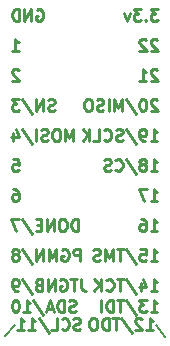
<source format=gbo>
G04 #@! TF.FileFunction,Legend,Bot*
%FSLAX46Y46*%
G04 Gerber Fmt 4.6, Leading zero omitted, Abs format (unit mm)*
G04 Created by KiCad (PCBNEW 4.0.7) date 11/16/17 22:13:53*
%MOMM*%
%LPD*%
G01*
G04 APERTURE LIST*
%ADD10C,0.100000*%
%ADD11C,0.200000*%
%ADD12C,0.250000*%
G04 APERTURE END LIST*
D10*
D11*
X95694500Y-146558000D02*
X94932500Y-145605500D01*
X82169000Y-146494500D02*
X82994500Y-145605500D01*
D12*
X88518310Y-145946762D02*
X88375453Y-145994381D01*
X88137357Y-145994381D01*
X88042119Y-145946762D01*
X87994500Y-145899143D01*
X87946881Y-145803905D01*
X87946881Y-145708667D01*
X87994500Y-145613429D01*
X88042119Y-145565810D01*
X88137357Y-145518190D01*
X88327834Y-145470571D01*
X88423072Y-145422952D01*
X88470691Y-145375333D01*
X88518310Y-145280095D01*
X88518310Y-145184857D01*
X88470691Y-145089619D01*
X88423072Y-145042000D01*
X88327834Y-144994381D01*
X88089738Y-144994381D01*
X87946881Y-145042000D01*
X86946881Y-145899143D02*
X86994500Y-145946762D01*
X87137357Y-145994381D01*
X87232595Y-145994381D01*
X87375453Y-145946762D01*
X87470691Y-145851524D01*
X87518310Y-145756286D01*
X87565929Y-145565810D01*
X87565929Y-145422952D01*
X87518310Y-145232476D01*
X87470691Y-145137238D01*
X87375453Y-145042000D01*
X87232595Y-144994381D01*
X87137357Y-144994381D01*
X86994500Y-145042000D01*
X86946881Y-145089619D01*
X86042119Y-145994381D02*
X86518310Y-145994381D01*
X86518310Y-144994381D01*
X84994500Y-144946762D02*
X85851643Y-146232476D01*
X84137357Y-145994381D02*
X84708786Y-145994381D01*
X84423072Y-145994381D02*
X84423072Y-144994381D01*
X84518310Y-145137238D01*
X84613548Y-145232476D01*
X84708786Y-145280095D01*
X83184976Y-145994381D02*
X83756405Y-145994381D01*
X83470691Y-145994381D02*
X83470691Y-144994381D01*
X83565929Y-145137238D01*
X83661167Y-145232476D01*
X83756405Y-145280095D01*
X88121429Y-144422762D02*
X87978572Y-144470381D01*
X87740476Y-144470381D01*
X87645238Y-144422762D01*
X87597619Y-144375143D01*
X87550000Y-144279905D01*
X87550000Y-144184667D01*
X87597619Y-144089429D01*
X87645238Y-144041810D01*
X87740476Y-143994190D01*
X87930953Y-143946571D01*
X88026191Y-143898952D01*
X88073810Y-143851333D01*
X88121429Y-143756095D01*
X88121429Y-143660857D01*
X88073810Y-143565619D01*
X88026191Y-143518000D01*
X87930953Y-143470381D01*
X87692857Y-143470381D01*
X87550000Y-143518000D01*
X87121429Y-144470381D02*
X87121429Y-143470381D01*
X86883334Y-143470381D01*
X86740476Y-143518000D01*
X86645238Y-143613238D01*
X86597619Y-143708476D01*
X86550000Y-143898952D01*
X86550000Y-144041810D01*
X86597619Y-144232286D01*
X86645238Y-144327524D01*
X86740476Y-144422762D01*
X86883334Y-144470381D01*
X87121429Y-144470381D01*
X86169048Y-144184667D02*
X85692857Y-144184667D01*
X86264286Y-144470381D02*
X85930953Y-143470381D01*
X85597619Y-144470381D01*
X84550000Y-143422762D02*
X85407143Y-144708476D01*
X83692857Y-144470381D02*
X84264286Y-144470381D01*
X83978572Y-144470381D02*
X83978572Y-143470381D01*
X84073810Y-143613238D01*
X84169048Y-143708476D01*
X84264286Y-143756095D01*
X83073810Y-143470381D02*
X82978571Y-143470381D01*
X82883333Y-143518000D01*
X82835714Y-143565619D01*
X82788095Y-143660857D01*
X82740476Y-143851333D01*
X82740476Y-144089429D01*
X82788095Y-144279905D01*
X82835714Y-144375143D01*
X82883333Y-144422762D01*
X82978571Y-144470381D01*
X83073810Y-144470381D01*
X83169048Y-144422762D01*
X83216667Y-144375143D01*
X83264286Y-144279905D01*
X83311905Y-144089429D01*
X83311905Y-143851333D01*
X83264286Y-143660857D01*
X83216667Y-143565619D01*
X83169048Y-143518000D01*
X83073810Y-143470381D01*
X88597619Y-141692381D02*
X88597619Y-142406667D01*
X88645239Y-142549524D01*
X88740477Y-142644762D01*
X88883334Y-142692381D01*
X88978572Y-142692381D01*
X88264286Y-141692381D02*
X87692857Y-141692381D01*
X87978572Y-142692381D02*
X87978572Y-141692381D01*
X86835714Y-141740000D02*
X86930952Y-141692381D01*
X87073809Y-141692381D01*
X87216667Y-141740000D01*
X87311905Y-141835238D01*
X87359524Y-141930476D01*
X87407143Y-142120952D01*
X87407143Y-142263810D01*
X87359524Y-142454286D01*
X87311905Y-142549524D01*
X87216667Y-142644762D01*
X87073809Y-142692381D01*
X86978571Y-142692381D01*
X86835714Y-142644762D01*
X86788095Y-142597143D01*
X86788095Y-142263810D01*
X86978571Y-142263810D01*
X86359524Y-142692381D02*
X86359524Y-141692381D01*
X85788095Y-142692381D01*
X85788095Y-141692381D01*
X84978571Y-142168571D02*
X84835714Y-142216190D01*
X84788095Y-142263810D01*
X84740476Y-142359048D01*
X84740476Y-142501905D01*
X84788095Y-142597143D01*
X84835714Y-142644762D01*
X84930952Y-142692381D01*
X85311905Y-142692381D01*
X85311905Y-141692381D01*
X84978571Y-141692381D01*
X84883333Y-141740000D01*
X84835714Y-141787619D01*
X84788095Y-141882857D01*
X84788095Y-141978095D01*
X84835714Y-142073333D01*
X84883333Y-142120952D01*
X84978571Y-142168571D01*
X85311905Y-142168571D01*
X83597619Y-141644762D02*
X84454762Y-142930476D01*
X83216667Y-142692381D02*
X83026191Y-142692381D01*
X82930952Y-142644762D01*
X82883333Y-142597143D01*
X82788095Y-142454286D01*
X82740476Y-142263810D01*
X82740476Y-141882857D01*
X82788095Y-141787619D01*
X82835714Y-141740000D01*
X82930952Y-141692381D01*
X83121429Y-141692381D01*
X83216667Y-141740000D01*
X83264286Y-141787619D01*
X83311905Y-141882857D01*
X83311905Y-142120952D01*
X83264286Y-142216190D01*
X83216667Y-142263810D01*
X83121429Y-142311429D01*
X82930952Y-142311429D01*
X82835714Y-142263810D01*
X82788095Y-142216190D01*
X82740476Y-142120952D01*
X88502381Y-140152381D02*
X88502381Y-139152381D01*
X88121428Y-139152381D01*
X88026190Y-139200000D01*
X87978571Y-139247619D01*
X87930952Y-139342857D01*
X87930952Y-139485714D01*
X87978571Y-139580952D01*
X88026190Y-139628571D01*
X88121428Y-139676190D01*
X88502381Y-139676190D01*
X86978571Y-139200000D02*
X87073809Y-139152381D01*
X87216666Y-139152381D01*
X87359524Y-139200000D01*
X87454762Y-139295238D01*
X87502381Y-139390476D01*
X87550000Y-139580952D01*
X87550000Y-139723810D01*
X87502381Y-139914286D01*
X87454762Y-140009524D01*
X87359524Y-140104762D01*
X87216666Y-140152381D01*
X87121428Y-140152381D01*
X86978571Y-140104762D01*
X86930952Y-140057143D01*
X86930952Y-139723810D01*
X87121428Y-139723810D01*
X86502381Y-140152381D02*
X86502381Y-139152381D01*
X86169047Y-139866667D01*
X85835714Y-139152381D01*
X85835714Y-140152381D01*
X85359524Y-140152381D02*
X85359524Y-139152381D01*
X84788095Y-140152381D01*
X84788095Y-139152381D01*
X83597619Y-139104762D02*
X84454762Y-140390476D01*
X83121429Y-139580952D02*
X83216667Y-139533333D01*
X83264286Y-139485714D01*
X83311905Y-139390476D01*
X83311905Y-139342857D01*
X83264286Y-139247619D01*
X83216667Y-139200000D01*
X83121429Y-139152381D01*
X82930952Y-139152381D01*
X82835714Y-139200000D01*
X82788095Y-139247619D01*
X82740476Y-139342857D01*
X82740476Y-139390476D01*
X82788095Y-139485714D01*
X82835714Y-139533333D01*
X82930952Y-139580952D01*
X83121429Y-139580952D01*
X83216667Y-139628571D01*
X83264286Y-139676190D01*
X83311905Y-139771429D01*
X83311905Y-139961905D01*
X83264286Y-140057143D01*
X83216667Y-140104762D01*
X83121429Y-140152381D01*
X82930952Y-140152381D01*
X82835714Y-140104762D01*
X82788095Y-140057143D01*
X82740476Y-139961905D01*
X82740476Y-139771429D01*
X82788095Y-139676190D01*
X82835714Y-139628571D01*
X82930952Y-139580952D01*
X88311905Y-137612381D02*
X88311905Y-136612381D01*
X88073810Y-136612381D01*
X87930952Y-136660000D01*
X87835714Y-136755238D01*
X87788095Y-136850476D01*
X87740476Y-137040952D01*
X87740476Y-137183810D01*
X87788095Y-137374286D01*
X87835714Y-137469524D01*
X87930952Y-137564762D01*
X88073810Y-137612381D01*
X88311905Y-137612381D01*
X87121429Y-136612381D02*
X86930952Y-136612381D01*
X86835714Y-136660000D01*
X86740476Y-136755238D01*
X86692857Y-136945714D01*
X86692857Y-137279048D01*
X86740476Y-137469524D01*
X86835714Y-137564762D01*
X86930952Y-137612381D01*
X87121429Y-137612381D01*
X87216667Y-137564762D01*
X87311905Y-137469524D01*
X87359524Y-137279048D01*
X87359524Y-136945714D01*
X87311905Y-136755238D01*
X87216667Y-136660000D01*
X87121429Y-136612381D01*
X86264286Y-137612381D02*
X86264286Y-136612381D01*
X85692857Y-137612381D01*
X85692857Y-136612381D01*
X85216667Y-137088571D02*
X84883333Y-137088571D01*
X84740476Y-137612381D02*
X85216667Y-137612381D01*
X85216667Y-136612381D01*
X84740476Y-136612381D01*
X83597619Y-136564762D02*
X84454762Y-137850476D01*
X83359524Y-136612381D02*
X82692857Y-136612381D01*
X83121429Y-137612381D01*
X82835714Y-134072381D02*
X83026191Y-134072381D01*
X83121429Y-134120000D01*
X83169048Y-134167619D01*
X83264286Y-134310476D01*
X83311905Y-134500952D01*
X83311905Y-134881905D01*
X83264286Y-134977143D01*
X83216667Y-135024762D01*
X83121429Y-135072381D01*
X82930952Y-135072381D01*
X82835714Y-135024762D01*
X82788095Y-134977143D01*
X82740476Y-134881905D01*
X82740476Y-134643810D01*
X82788095Y-134548571D01*
X82835714Y-134500952D01*
X82930952Y-134453333D01*
X83121429Y-134453333D01*
X83216667Y-134500952D01*
X83264286Y-134548571D01*
X83311905Y-134643810D01*
X82788095Y-131532381D02*
X83264286Y-131532381D01*
X83311905Y-132008571D01*
X83264286Y-131960952D01*
X83169048Y-131913333D01*
X82930952Y-131913333D01*
X82835714Y-131960952D01*
X82788095Y-132008571D01*
X82740476Y-132103810D01*
X82740476Y-132341905D01*
X82788095Y-132437143D01*
X82835714Y-132484762D01*
X82930952Y-132532381D01*
X83169048Y-132532381D01*
X83264286Y-132484762D01*
X83311905Y-132437143D01*
X87930952Y-129992381D02*
X87930952Y-128992381D01*
X87597618Y-129706667D01*
X87264285Y-128992381D01*
X87264285Y-129992381D01*
X86597619Y-128992381D02*
X86407142Y-128992381D01*
X86311904Y-129040000D01*
X86216666Y-129135238D01*
X86169047Y-129325714D01*
X86169047Y-129659048D01*
X86216666Y-129849524D01*
X86311904Y-129944762D01*
X86407142Y-129992381D01*
X86597619Y-129992381D01*
X86692857Y-129944762D01*
X86788095Y-129849524D01*
X86835714Y-129659048D01*
X86835714Y-129325714D01*
X86788095Y-129135238D01*
X86692857Y-129040000D01*
X86597619Y-128992381D01*
X85788095Y-129944762D02*
X85645238Y-129992381D01*
X85407142Y-129992381D01*
X85311904Y-129944762D01*
X85264285Y-129897143D01*
X85216666Y-129801905D01*
X85216666Y-129706667D01*
X85264285Y-129611429D01*
X85311904Y-129563810D01*
X85407142Y-129516190D01*
X85597619Y-129468571D01*
X85692857Y-129420952D01*
X85740476Y-129373333D01*
X85788095Y-129278095D01*
X85788095Y-129182857D01*
X85740476Y-129087619D01*
X85692857Y-129040000D01*
X85597619Y-128992381D01*
X85359523Y-128992381D01*
X85216666Y-129040000D01*
X84788095Y-129992381D02*
X84788095Y-128992381D01*
X83597619Y-128944762D02*
X84454762Y-130230476D01*
X82835714Y-129325714D02*
X82835714Y-129992381D01*
X83073810Y-128944762D02*
X83311905Y-129659048D01*
X82692857Y-129659048D01*
X86359524Y-127404762D02*
X86216667Y-127452381D01*
X85978571Y-127452381D01*
X85883333Y-127404762D01*
X85835714Y-127357143D01*
X85788095Y-127261905D01*
X85788095Y-127166667D01*
X85835714Y-127071429D01*
X85883333Y-127023810D01*
X85978571Y-126976190D01*
X86169048Y-126928571D01*
X86264286Y-126880952D01*
X86311905Y-126833333D01*
X86359524Y-126738095D01*
X86359524Y-126642857D01*
X86311905Y-126547619D01*
X86264286Y-126500000D01*
X86169048Y-126452381D01*
X85930952Y-126452381D01*
X85788095Y-126500000D01*
X85359524Y-127452381D02*
X85359524Y-126452381D01*
X84788095Y-127452381D01*
X84788095Y-126452381D01*
X83597619Y-126404762D02*
X84454762Y-127690476D01*
X83359524Y-126452381D02*
X82740476Y-126452381D01*
X83073810Y-126833333D01*
X82930952Y-126833333D01*
X82835714Y-126880952D01*
X82788095Y-126928571D01*
X82740476Y-127023810D01*
X82740476Y-127261905D01*
X82788095Y-127357143D01*
X82835714Y-127404762D01*
X82930952Y-127452381D01*
X83216667Y-127452381D01*
X83311905Y-127404762D01*
X83359524Y-127357143D01*
X83311905Y-124007619D02*
X83264286Y-123960000D01*
X83169048Y-123912381D01*
X82930952Y-123912381D01*
X82835714Y-123960000D01*
X82788095Y-124007619D01*
X82740476Y-124102857D01*
X82740476Y-124198095D01*
X82788095Y-124340952D01*
X83359524Y-124912381D01*
X82740476Y-124912381D01*
X82740476Y-122372381D02*
X83311905Y-122372381D01*
X83026191Y-122372381D02*
X83026191Y-121372381D01*
X83121429Y-121515238D01*
X83216667Y-121610476D01*
X83311905Y-121658095D01*
X84835714Y-118880000D02*
X84930952Y-118832381D01*
X85073809Y-118832381D01*
X85216667Y-118880000D01*
X85311905Y-118975238D01*
X85359524Y-119070476D01*
X85407143Y-119260952D01*
X85407143Y-119403810D01*
X85359524Y-119594286D01*
X85311905Y-119689524D01*
X85216667Y-119784762D01*
X85073809Y-119832381D01*
X84978571Y-119832381D01*
X84835714Y-119784762D01*
X84788095Y-119737143D01*
X84788095Y-119403810D01*
X84978571Y-119403810D01*
X84359524Y-119832381D02*
X84359524Y-118832381D01*
X83788095Y-119832381D01*
X83788095Y-118832381D01*
X83311905Y-119832381D02*
X83311905Y-118832381D01*
X83073810Y-118832381D01*
X82930952Y-118880000D01*
X82835714Y-118975238D01*
X82788095Y-119070476D01*
X82740476Y-119260952D01*
X82740476Y-119403810D01*
X82788095Y-119594286D01*
X82835714Y-119689524D01*
X82930952Y-119784762D01*
X83073810Y-119832381D01*
X83311905Y-119832381D01*
X94107095Y-145994381D02*
X94678524Y-145994381D01*
X94392810Y-145994381D02*
X94392810Y-144994381D01*
X94488048Y-145137238D01*
X94583286Y-145232476D01*
X94678524Y-145280095D01*
X93726143Y-145089619D02*
X93678524Y-145042000D01*
X93583286Y-144994381D01*
X93345190Y-144994381D01*
X93249952Y-145042000D01*
X93202333Y-145089619D01*
X93154714Y-145184857D01*
X93154714Y-145280095D01*
X93202333Y-145422952D01*
X93773762Y-145994381D01*
X93154714Y-145994381D01*
X92011857Y-144946762D02*
X92869000Y-146232476D01*
X91821381Y-144994381D02*
X91249952Y-144994381D01*
X91535667Y-145994381D02*
X91535667Y-144994381D01*
X90916619Y-145994381D02*
X90916619Y-144994381D01*
X90678524Y-144994381D01*
X90535666Y-145042000D01*
X90440428Y-145137238D01*
X90392809Y-145232476D01*
X90345190Y-145422952D01*
X90345190Y-145565810D01*
X90392809Y-145756286D01*
X90440428Y-145851524D01*
X90535666Y-145946762D01*
X90678524Y-145994381D01*
X90916619Y-145994381D01*
X89726143Y-144994381D02*
X89535666Y-144994381D01*
X89440428Y-145042000D01*
X89345190Y-145137238D01*
X89297571Y-145327714D01*
X89297571Y-145661048D01*
X89345190Y-145851524D01*
X89440428Y-145946762D01*
X89535666Y-145994381D01*
X89726143Y-145994381D01*
X89821381Y-145946762D01*
X89916619Y-145851524D01*
X89964238Y-145661048D01*
X89964238Y-145327714D01*
X89916619Y-145137238D01*
X89821381Y-145042000D01*
X89726143Y-144994381D01*
X94488095Y-144470381D02*
X95059524Y-144470381D01*
X94773810Y-144470381D02*
X94773810Y-143470381D01*
X94869048Y-143613238D01*
X94964286Y-143708476D01*
X95059524Y-143756095D01*
X94154762Y-143470381D02*
X93535714Y-143470381D01*
X93869048Y-143851333D01*
X93726190Y-143851333D01*
X93630952Y-143898952D01*
X93583333Y-143946571D01*
X93535714Y-144041810D01*
X93535714Y-144279905D01*
X93583333Y-144375143D01*
X93630952Y-144422762D01*
X93726190Y-144470381D01*
X94011905Y-144470381D01*
X94107143Y-144422762D01*
X94154762Y-144375143D01*
X92392857Y-143422762D02*
X93250000Y-144708476D01*
X92202381Y-143470381D02*
X91630952Y-143470381D01*
X91916667Y-144470381D02*
X91916667Y-143470381D01*
X91297619Y-144470381D02*
X91297619Y-143470381D01*
X91059524Y-143470381D01*
X90916666Y-143518000D01*
X90821428Y-143613238D01*
X90773809Y-143708476D01*
X90726190Y-143898952D01*
X90726190Y-144041810D01*
X90773809Y-144232286D01*
X90821428Y-144327524D01*
X90916666Y-144422762D01*
X91059524Y-144470381D01*
X91297619Y-144470381D01*
X90297619Y-144470381D02*
X90297619Y-143470381D01*
X94488095Y-142692381D02*
X95059524Y-142692381D01*
X94773810Y-142692381D02*
X94773810Y-141692381D01*
X94869048Y-141835238D01*
X94964286Y-141930476D01*
X95059524Y-141978095D01*
X93630952Y-142025714D02*
X93630952Y-142692381D01*
X93869048Y-141644762D02*
X94107143Y-142359048D01*
X93488095Y-142359048D01*
X92392857Y-141644762D02*
X93250000Y-142930476D01*
X92202381Y-141692381D02*
X91630952Y-141692381D01*
X91916667Y-142692381D02*
X91916667Y-141692381D01*
X90726190Y-142597143D02*
X90773809Y-142644762D01*
X90916666Y-142692381D01*
X91011904Y-142692381D01*
X91154762Y-142644762D01*
X91250000Y-142549524D01*
X91297619Y-142454286D01*
X91345238Y-142263810D01*
X91345238Y-142120952D01*
X91297619Y-141930476D01*
X91250000Y-141835238D01*
X91154762Y-141740000D01*
X91011904Y-141692381D01*
X90916666Y-141692381D01*
X90773809Y-141740000D01*
X90726190Y-141787619D01*
X90297619Y-142692381D02*
X90297619Y-141692381D01*
X89726190Y-142692381D02*
X90154762Y-142120952D01*
X89726190Y-141692381D02*
X90297619Y-142263810D01*
X94488095Y-140152381D02*
X95059524Y-140152381D01*
X94773810Y-140152381D02*
X94773810Y-139152381D01*
X94869048Y-139295238D01*
X94964286Y-139390476D01*
X95059524Y-139438095D01*
X93583333Y-139152381D02*
X94059524Y-139152381D01*
X94107143Y-139628571D01*
X94059524Y-139580952D01*
X93964286Y-139533333D01*
X93726190Y-139533333D01*
X93630952Y-139580952D01*
X93583333Y-139628571D01*
X93535714Y-139723810D01*
X93535714Y-139961905D01*
X93583333Y-140057143D01*
X93630952Y-140104762D01*
X93726190Y-140152381D01*
X93964286Y-140152381D01*
X94059524Y-140104762D01*
X94107143Y-140057143D01*
X92392857Y-139104762D02*
X93250000Y-140390476D01*
X92202381Y-139152381D02*
X91630952Y-139152381D01*
X91916667Y-140152381D02*
X91916667Y-139152381D01*
X91297619Y-140152381D02*
X91297619Y-139152381D01*
X90964285Y-139866667D01*
X90630952Y-139152381D01*
X90630952Y-140152381D01*
X90202381Y-140104762D02*
X90059524Y-140152381D01*
X89821428Y-140152381D01*
X89726190Y-140104762D01*
X89678571Y-140057143D01*
X89630952Y-139961905D01*
X89630952Y-139866667D01*
X89678571Y-139771429D01*
X89726190Y-139723810D01*
X89821428Y-139676190D01*
X90011905Y-139628571D01*
X90107143Y-139580952D01*
X90154762Y-139533333D01*
X90202381Y-139438095D01*
X90202381Y-139342857D01*
X90154762Y-139247619D01*
X90107143Y-139200000D01*
X90011905Y-139152381D01*
X89773809Y-139152381D01*
X89630952Y-139200000D01*
X94488095Y-137612381D02*
X95059524Y-137612381D01*
X94773810Y-137612381D02*
X94773810Y-136612381D01*
X94869048Y-136755238D01*
X94964286Y-136850476D01*
X95059524Y-136898095D01*
X93630952Y-136612381D02*
X93821429Y-136612381D01*
X93916667Y-136660000D01*
X93964286Y-136707619D01*
X94059524Y-136850476D01*
X94107143Y-137040952D01*
X94107143Y-137421905D01*
X94059524Y-137517143D01*
X94011905Y-137564762D01*
X93916667Y-137612381D01*
X93726190Y-137612381D01*
X93630952Y-137564762D01*
X93583333Y-137517143D01*
X93535714Y-137421905D01*
X93535714Y-137183810D01*
X93583333Y-137088571D01*
X93630952Y-137040952D01*
X93726190Y-136993333D01*
X93916667Y-136993333D01*
X94011905Y-137040952D01*
X94059524Y-137088571D01*
X94107143Y-137183810D01*
X94488095Y-135072381D02*
X95059524Y-135072381D01*
X94773810Y-135072381D02*
X94773810Y-134072381D01*
X94869048Y-134215238D01*
X94964286Y-134310476D01*
X95059524Y-134358095D01*
X94154762Y-134072381D02*
X93488095Y-134072381D01*
X93916667Y-135072381D01*
X94488095Y-132532381D02*
X95059524Y-132532381D01*
X94773810Y-132532381D02*
X94773810Y-131532381D01*
X94869048Y-131675238D01*
X94964286Y-131770476D01*
X95059524Y-131818095D01*
X93916667Y-131960952D02*
X94011905Y-131913333D01*
X94059524Y-131865714D01*
X94107143Y-131770476D01*
X94107143Y-131722857D01*
X94059524Y-131627619D01*
X94011905Y-131580000D01*
X93916667Y-131532381D01*
X93726190Y-131532381D01*
X93630952Y-131580000D01*
X93583333Y-131627619D01*
X93535714Y-131722857D01*
X93535714Y-131770476D01*
X93583333Y-131865714D01*
X93630952Y-131913333D01*
X93726190Y-131960952D01*
X93916667Y-131960952D01*
X94011905Y-132008571D01*
X94059524Y-132056190D01*
X94107143Y-132151429D01*
X94107143Y-132341905D01*
X94059524Y-132437143D01*
X94011905Y-132484762D01*
X93916667Y-132532381D01*
X93726190Y-132532381D01*
X93630952Y-132484762D01*
X93583333Y-132437143D01*
X93535714Y-132341905D01*
X93535714Y-132151429D01*
X93583333Y-132056190D01*
X93630952Y-132008571D01*
X93726190Y-131960952D01*
X92392857Y-131484762D02*
X93250000Y-132770476D01*
X91488095Y-132437143D02*
X91535714Y-132484762D01*
X91678571Y-132532381D01*
X91773809Y-132532381D01*
X91916667Y-132484762D01*
X92011905Y-132389524D01*
X92059524Y-132294286D01*
X92107143Y-132103810D01*
X92107143Y-131960952D01*
X92059524Y-131770476D01*
X92011905Y-131675238D01*
X91916667Y-131580000D01*
X91773809Y-131532381D01*
X91678571Y-131532381D01*
X91535714Y-131580000D01*
X91488095Y-131627619D01*
X91107143Y-132484762D02*
X90964286Y-132532381D01*
X90726190Y-132532381D01*
X90630952Y-132484762D01*
X90583333Y-132437143D01*
X90535714Y-132341905D01*
X90535714Y-132246667D01*
X90583333Y-132151429D01*
X90630952Y-132103810D01*
X90726190Y-132056190D01*
X90916667Y-132008571D01*
X91011905Y-131960952D01*
X91059524Y-131913333D01*
X91107143Y-131818095D01*
X91107143Y-131722857D01*
X91059524Y-131627619D01*
X91011905Y-131580000D01*
X90916667Y-131532381D01*
X90678571Y-131532381D01*
X90535714Y-131580000D01*
X94488095Y-129992381D02*
X95059524Y-129992381D01*
X94773810Y-129992381D02*
X94773810Y-128992381D01*
X94869048Y-129135238D01*
X94964286Y-129230476D01*
X95059524Y-129278095D01*
X94011905Y-129992381D02*
X93821429Y-129992381D01*
X93726190Y-129944762D01*
X93678571Y-129897143D01*
X93583333Y-129754286D01*
X93535714Y-129563810D01*
X93535714Y-129182857D01*
X93583333Y-129087619D01*
X93630952Y-129040000D01*
X93726190Y-128992381D01*
X93916667Y-128992381D01*
X94011905Y-129040000D01*
X94059524Y-129087619D01*
X94107143Y-129182857D01*
X94107143Y-129420952D01*
X94059524Y-129516190D01*
X94011905Y-129563810D01*
X93916667Y-129611429D01*
X93726190Y-129611429D01*
X93630952Y-129563810D01*
X93583333Y-129516190D01*
X93535714Y-129420952D01*
X92392857Y-128944762D02*
X93250000Y-130230476D01*
X92107143Y-129944762D02*
X91964286Y-129992381D01*
X91726190Y-129992381D01*
X91630952Y-129944762D01*
X91583333Y-129897143D01*
X91535714Y-129801905D01*
X91535714Y-129706667D01*
X91583333Y-129611429D01*
X91630952Y-129563810D01*
X91726190Y-129516190D01*
X91916667Y-129468571D01*
X92011905Y-129420952D01*
X92059524Y-129373333D01*
X92107143Y-129278095D01*
X92107143Y-129182857D01*
X92059524Y-129087619D01*
X92011905Y-129040000D01*
X91916667Y-128992381D01*
X91678571Y-128992381D01*
X91535714Y-129040000D01*
X90535714Y-129897143D02*
X90583333Y-129944762D01*
X90726190Y-129992381D01*
X90821428Y-129992381D01*
X90964286Y-129944762D01*
X91059524Y-129849524D01*
X91107143Y-129754286D01*
X91154762Y-129563810D01*
X91154762Y-129420952D01*
X91107143Y-129230476D01*
X91059524Y-129135238D01*
X90964286Y-129040000D01*
X90821428Y-128992381D01*
X90726190Y-128992381D01*
X90583333Y-129040000D01*
X90535714Y-129087619D01*
X89630952Y-129992381D02*
X90107143Y-129992381D01*
X90107143Y-128992381D01*
X89297619Y-129992381D02*
X89297619Y-128992381D01*
X88726190Y-129992381D02*
X89154762Y-129420952D01*
X88726190Y-128992381D02*
X89297619Y-129563810D01*
X95059524Y-126547619D02*
X95011905Y-126500000D01*
X94916667Y-126452381D01*
X94678571Y-126452381D01*
X94583333Y-126500000D01*
X94535714Y-126547619D01*
X94488095Y-126642857D01*
X94488095Y-126738095D01*
X94535714Y-126880952D01*
X95107143Y-127452381D01*
X94488095Y-127452381D01*
X93869048Y-126452381D02*
X93773809Y-126452381D01*
X93678571Y-126500000D01*
X93630952Y-126547619D01*
X93583333Y-126642857D01*
X93535714Y-126833333D01*
X93535714Y-127071429D01*
X93583333Y-127261905D01*
X93630952Y-127357143D01*
X93678571Y-127404762D01*
X93773809Y-127452381D01*
X93869048Y-127452381D01*
X93964286Y-127404762D01*
X94011905Y-127357143D01*
X94059524Y-127261905D01*
X94107143Y-127071429D01*
X94107143Y-126833333D01*
X94059524Y-126642857D01*
X94011905Y-126547619D01*
X93964286Y-126500000D01*
X93869048Y-126452381D01*
X92392857Y-126404762D02*
X93250000Y-127690476D01*
X92059524Y-127452381D02*
X92059524Y-126452381D01*
X91726190Y-127166667D01*
X91392857Y-126452381D01*
X91392857Y-127452381D01*
X90916667Y-127452381D02*
X90916667Y-126452381D01*
X90488096Y-127404762D02*
X90345239Y-127452381D01*
X90107143Y-127452381D01*
X90011905Y-127404762D01*
X89964286Y-127357143D01*
X89916667Y-127261905D01*
X89916667Y-127166667D01*
X89964286Y-127071429D01*
X90011905Y-127023810D01*
X90107143Y-126976190D01*
X90297620Y-126928571D01*
X90392858Y-126880952D01*
X90440477Y-126833333D01*
X90488096Y-126738095D01*
X90488096Y-126642857D01*
X90440477Y-126547619D01*
X90392858Y-126500000D01*
X90297620Y-126452381D01*
X90059524Y-126452381D01*
X89916667Y-126500000D01*
X89297620Y-126452381D02*
X89107143Y-126452381D01*
X89011905Y-126500000D01*
X88916667Y-126595238D01*
X88869048Y-126785714D01*
X88869048Y-127119048D01*
X88916667Y-127309524D01*
X89011905Y-127404762D01*
X89107143Y-127452381D01*
X89297620Y-127452381D01*
X89392858Y-127404762D01*
X89488096Y-127309524D01*
X89535715Y-127119048D01*
X89535715Y-126785714D01*
X89488096Y-126595238D01*
X89392858Y-126500000D01*
X89297620Y-126452381D01*
X95059524Y-124007619D02*
X95011905Y-123960000D01*
X94916667Y-123912381D01*
X94678571Y-123912381D01*
X94583333Y-123960000D01*
X94535714Y-124007619D01*
X94488095Y-124102857D01*
X94488095Y-124198095D01*
X94535714Y-124340952D01*
X95107143Y-124912381D01*
X94488095Y-124912381D01*
X93535714Y-124912381D02*
X94107143Y-124912381D01*
X93821429Y-124912381D02*
X93821429Y-123912381D01*
X93916667Y-124055238D01*
X94011905Y-124150476D01*
X94107143Y-124198095D01*
X95059524Y-121467619D02*
X95011905Y-121420000D01*
X94916667Y-121372381D01*
X94678571Y-121372381D01*
X94583333Y-121420000D01*
X94535714Y-121467619D01*
X94488095Y-121562857D01*
X94488095Y-121658095D01*
X94535714Y-121800952D01*
X95107143Y-122372381D01*
X94488095Y-122372381D01*
X94107143Y-121467619D02*
X94059524Y-121420000D01*
X93964286Y-121372381D01*
X93726190Y-121372381D01*
X93630952Y-121420000D01*
X93583333Y-121467619D01*
X93535714Y-121562857D01*
X93535714Y-121658095D01*
X93583333Y-121800952D01*
X94154762Y-122372381D01*
X93535714Y-122372381D01*
X95107143Y-118832381D02*
X94488095Y-118832381D01*
X94821429Y-119213333D01*
X94678571Y-119213333D01*
X94583333Y-119260952D01*
X94535714Y-119308571D01*
X94488095Y-119403810D01*
X94488095Y-119641905D01*
X94535714Y-119737143D01*
X94583333Y-119784762D01*
X94678571Y-119832381D01*
X94964286Y-119832381D01*
X95059524Y-119784762D01*
X95107143Y-119737143D01*
X94059524Y-119737143D02*
X94011905Y-119784762D01*
X94059524Y-119832381D01*
X94107143Y-119784762D01*
X94059524Y-119737143D01*
X94059524Y-119832381D01*
X93678572Y-118832381D02*
X93059524Y-118832381D01*
X93392858Y-119213333D01*
X93250000Y-119213333D01*
X93154762Y-119260952D01*
X93107143Y-119308571D01*
X93059524Y-119403810D01*
X93059524Y-119641905D01*
X93107143Y-119737143D01*
X93154762Y-119784762D01*
X93250000Y-119832381D01*
X93535715Y-119832381D01*
X93630953Y-119784762D01*
X93678572Y-119737143D01*
X92726191Y-119165714D02*
X92488096Y-119832381D01*
X92250000Y-119165714D01*
M02*

</source>
